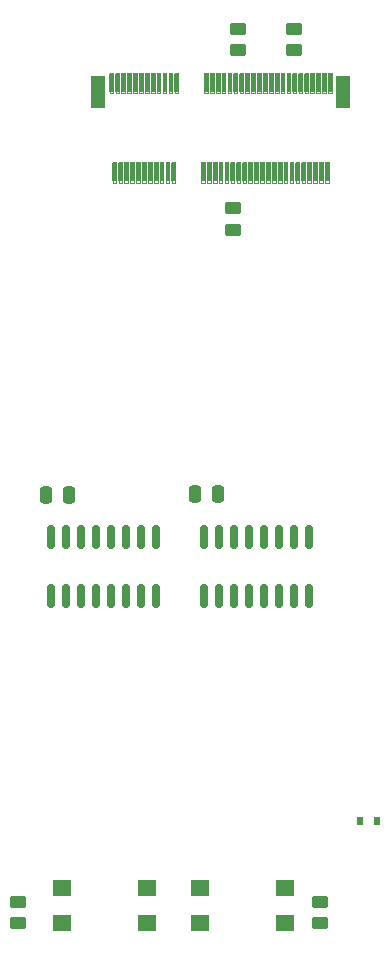
<source format=gbr>
%TF.GenerationSoftware,KiCad,Pcbnew,(6.0.10)*%
%TF.CreationDate,2023-07-28T11:59:27-04:00*%
%TF.ProjectId,storyboard,73746f72-7962-46f6-9172-642e6b696361,rev?*%
%TF.SameCoordinates,Original*%
%TF.FileFunction,Paste,Top*%
%TF.FilePolarity,Positive*%
%FSLAX46Y46*%
G04 Gerber Fmt 4.6, Leading zero omitted, Abs format (unit mm)*
G04 Created by KiCad (PCBNEW (6.0.10)) date 2023-07-28 11:59:27*
%MOMM*%
%LPD*%
G01*
G04 APERTURE LIST*
G04 Aperture macros list*
%AMRoundRect*
0 Rectangle with rounded corners*
0 $1 Rounding radius*
0 $2 $3 $4 $5 $6 $7 $8 $9 X,Y pos of 4 corners*
0 Add a 4 corners polygon primitive as box body*
4,1,4,$2,$3,$4,$5,$6,$7,$8,$9,$2,$3,0*
0 Add four circle primitives for the rounded corners*
1,1,$1+$1,$2,$3*
1,1,$1+$1,$4,$5*
1,1,$1+$1,$6,$7*
1,1,$1+$1,$8,$9*
0 Add four rect primitives between the rounded corners*
20,1,$1+$1,$2,$3,$4,$5,0*
20,1,$1+$1,$4,$5,$6,$7,0*
20,1,$1+$1,$6,$7,$8,$9,0*
20,1,$1+$1,$8,$9,$2,$3,0*%
G04 Aperture macros list end*
%ADD10C,0.066040*%
%ADD11R,0.600000X0.700000*%
%ADD12R,0.299720X1.549400*%
%ADD13R,1.198880X2.748280*%
%ADD14RoundRect,0.250000X-0.450000X0.262500X-0.450000X-0.262500X0.450000X-0.262500X0.450000X0.262500X0*%
%ADD15R,1.600000X1.400000*%
%ADD16RoundRect,0.150000X0.150000X-0.825000X0.150000X0.825000X-0.150000X0.825000X-0.150000X-0.825000X0*%
%ADD17RoundRect,0.250000X-0.250000X-0.475000X0.250000X-0.475000X0.250000X0.475000X-0.250000X0.475000X0*%
%ADD18RoundRect,0.250000X0.450000X-0.262500X0.450000X0.262500X-0.450000X0.262500X-0.450000X-0.262500X0*%
G04 APERTURE END LIST*
D10*
%TO.C,J3*%
X194250000Y-70054345D02*
X193950280Y-70054345D01*
X208247940Y-70054345D02*
X207948220Y-70054345D01*
X199251260Y-70054345D02*
X199251260Y-71804405D01*
X193500700Y-62505465D02*
X193200980Y-62505465D01*
X209197900Y-62505465D02*
X209197900Y-64255525D01*
X191501720Y-64255525D02*
X191202000Y-64255525D01*
X193000320Y-62505465D02*
X192700600Y-62505465D01*
X199700840Y-62505465D02*
X199700840Y-64255525D01*
X208448600Y-70054345D02*
X208448600Y-71804405D01*
X209248700Y-70054345D02*
X209248700Y-71804405D01*
X195502220Y-64255525D02*
X195202500Y-64255525D01*
X193500700Y-62505465D02*
X193500700Y-64255525D01*
X191750640Y-70054345D02*
X191750640Y-71804405D01*
X192700600Y-62505465D02*
X192700600Y-64255525D01*
X209749080Y-71804405D02*
X209449360Y-71804405D01*
X202248460Y-70054345D02*
X201948740Y-70054345D01*
X209749080Y-70054345D02*
X209749080Y-71804405D01*
X197000820Y-64255525D02*
X196701100Y-64255525D01*
X202449120Y-70054345D02*
X202449120Y-71804405D01*
X206950000Y-70054345D02*
X206950000Y-71804405D01*
X194750380Y-70054345D02*
X194450660Y-70054345D01*
X208999780Y-62505465D02*
X208999780Y-64255525D01*
X203749600Y-71804405D02*
X203449880Y-71804405D01*
X196251520Y-70054345D02*
X195951800Y-70054345D01*
X203249220Y-71804405D02*
X202949500Y-71804405D01*
X201999540Y-62505465D02*
X201999540Y-64255525D01*
X191951300Y-70054345D02*
X191951300Y-71804405D01*
X194001080Y-62505465D02*
X193701360Y-62505465D01*
X205448860Y-70054345D02*
X205448860Y-71804405D01*
X191501720Y-62505465D02*
X191501720Y-64255525D01*
X194250000Y-71804405D02*
X193950280Y-71804405D01*
X206248960Y-71804405D02*
X205949240Y-71804405D01*
X192251020Y-71804405D02*
X191951300Y-71804405D01*
X209998000Y-62505465D02*
X209698280Y-62505465D01*
X192002100Y-62505465D02*
X192002100Y-64255525D01*
X204999280Y-62505465D02*
X204999280Y-64255525D01*
X195001840Y-64255525D02*
X194702120Y-64255525D01*
X199500180Y-64255525D02*
X199200460Y-64255525D01*
X191450920Y-70054345D02*
X191450920Y-71804405D01*
X205697780Y-62505465D02*
X205697780Y-64255525D01*
X200699060Y-62505465D02*
X200699060Y-64255525D01*
X195250760Y-70054345D02*
X195250760Y-71804405D01*
X199251260Y-71804405D02*
X198951540Y-71804405D01*
X206449620Y-70054345D02*
X206449620Y-71804405D01*
X195751140Y-70054345D02*
X195451420Y-70054345D01*
X201499160Y-62505465D02*
X201199440Y-62505465D01*
X199451920Y-70054345D02*
X199451920Y-71804405D01*
X195202500Y-62505465D02*
X195202500Y-64255525D01*
X202997760Y-64255525D02*
X202698040Y-64255525D01*
X202698040Y-62505465D02*
X202698040Y-64255525D01*
X208247940Y-71804405D02*
X207948220Y-71804405D01*
X195451420Y-70054345D02*
X195451420Y-71804405D01*
X208748320Y-70054345D02*
X208448600Y-70054345D01*
X201247700Y-71804405D02*
X200947980Y-71804405D01*
X203698800Y-62505465D02*
X203698800Y-64255525D01*
X201999540Y-64255525D02*
X201699820Y-64255525D01*
X209749080Y-70054345D02*
X209449360Y-70054345D01*
X195751140Y-71804405D02*
X195451420Y-71804405D01*
X205997500Y-64255525D02*
X205697780Y-64255525D01*
X209449360Y-70054345D02*
X209449360Y-71804405D01*
X208499400Y-64255525D02*
X208199680Y-64255525D01*
X195502220Y-62505465D02*
X195502220Y-64255525D01*
X192502480Y-64255525D02*
X192200220Y-64255525D01*
X209698280Y-62505465D02*
X209698280Y-64255525D01*
X207249720Y-71804405D02*
X206950000Y-71804405D01*
X205199940Y-62505465D02*
X205199940Y-64255525D01*
X201499160Y-64255525D02*
X201199440Y-64255525D01*
X208697520Y-62505465D02*
X208697520Y-64255525D01*
X196500440Y-62505465D02*
X196200720Y-62505465D01*
X196000060Y-62505465D02*
X195700340Y-62505465D01*
X199500180Y-62505465D02*
X199200460Y-62505465D01*
X193251780Y-70054345D02*
X193251780Y-71804405D01*
X202997760Y-62505465D02*
X202698040Y-62505465D01*
X205748580Y-71804405D02*
X205448860Y-71804405D01*
X199751640Y-70054345D02*
X199751640Y-71804405D01*
X191202000Y-62505465D02*
X191202000Y-64255525D01*
X200252020Y-71804405D02*
X199952300Y-71804405D01*
X204498900Y-62505465D02*
X204498900Y-64255525D01*
X201499160Y-62505465D02*
X201499160Y-64255525D01*
X195951800Y-70054345D02*
X195951800Y-71804405D01*
X191750640Y-71804405D02*
X191450920Y-71804405D01*
X191702380Y-62505465D02*
X191702380Y-64255525D01*
X208748320Y-70054345D02*
X208748320Y-71804405D01*
X209998000Y-62505465D02*
X209998000Y-64255525D01*
X205748580Y-70054345D02*
X205748580Y-71804405D01*
X207999020Y-64255525D02*
X207699300Y-64255525D01*
X191750640Y-70054345D02*
X191450920Y-70054345D01*
X205499660Y-62505465D02*
X205199940Y-62505465D01*
X202197660Y-62505465D02*
X202197660Y-64255525D01*
X193251780Y-70054345D02*
X192952060Y-70054345D01*
X208499400Y-62505465D02*
X208199680Y-62505465D01*
X194750380Y-71804405D02*
X194450660Y-71804405D01*
X203947720Y-70054345D02*
X203947720Y-71804405D01*
X203998520Y-62505465D02*
X203998520Y-64255525D01*
X194951040Y-70054345D02*
X194951040Y-71804405D01*
X192502480Y-62505465D02*
X192502480Y-64255525D01*
X200000560Y-62505465D02*
X199700840Y-62505465D01*
X204948480Y-70054345D02*
X204948480Y-71804405D01*
X201199440Y-62505465D02*
X201199440Y-64255525D01*
X203498140Y-64255525D02*
X203198420Y-64255525D01*
X201448360Y-70054345D02*
X201448360Y-71804405D01*
X201247700Y-70054345D02*
X201247700Y-71804405D01*
X204999280Y-64255525D02*
X204699560Y-64255525D01*
X203449880Y-70054345D02*
X203449880Y-71804405D01*
X200000560Y-64255525D02*
X199700840Y-64255525D01*
X200450140Y-70054345D02*
X200450140Y-71804405D01*
X204199180Y-62505465D02*
X204199180Y-64255525D01*
X209497620Y-64255525D02*
X209197900Y-64255525D01*
X207999020Y-62505465D02*
X207699300Y-62505465D01*
X192002100Y-64255525D02*
X191702380Y-64255525D01*
X193752160Y-70054345D02*
X193452440Y-70054345D01*
X209998000Y-64255525D02*
X209698280Y-64255525D01*
X204249980Y-71804405D02*
X203947720Y-71804405D01*
X204747820Y-70054345D02*
X204448100Y-70054345D01*
X192200220Y-62505465D02*
X192200220Y-64255525D01*
X204249980Y-70054345D02*
X203947720Y-70054345D01*
X192502480Y-62505465D02*
X192200220Y-62505465D01*
X203498140Y-62505465D02*
X203498140Y-64255525D01*
X207747560Y-70054345D02*
X207447840Y-70054345D01*
X207498640Y-62505465D02*
X207498640Y-64255525D01*
X208247940Y-70054345D02*
X208247940Y-71804405D01*
X196251520Y-71804405D02*
X195951800Y-71804405D01*
X194501460Y-62505465D02*
X194501460Y-64255525D01*
X194001080Y-64255525D02*
X193701360Y-64255525D01*
X205997500Y-62505465D02*
X205697780Y-62505465D01*
X195502220Y-62505465D02*
X195202500Y-62505465D01*
X197000820Y-62505465D02*
X197000820Y-64255525D01*
X205748580Y-70054345D02*
X205448860Y-70054345D01*
X195001840Y-62505465D02*
X195001840Y-64255525D01*
X192952060Y-70054345D02*
X192952060Y-71804405D01*
X200998780Y-62505465D02*
X200998780Y-64255525D01*
X204999280Y-62505465D02*
X204699560Y-62505465D01*
X208199680Y-62505465D02*
X208199680Y-64255525D01*
X200749860Y-71804405D02*
X200450140Y-71804405D01*
X200500940Y-64255525D02*
X200201220Y-64255525D01*
X207747560Y-71804405D02*
X207447840Y-71804405D01*
X206198160Y-62505465D02*
X206198160Y-64255525D01*
X203998520Y-62505465D02*
X203698800Y-62505465D01*
X196200720Y-62505465D02*
X196200720Y-64255525D01*
X194250000Y-70054345D02*
X194250000Y-71804405D01*
X208999780Y-64255525D02*
X208697520Y-64255525D01*
X200749860Y-70054345D02*
X200450140Y-70054345D01*
X209248700Y-70054345D02*
X208948980Y-70054345D01*
X203749600Y-70054345D02*
X203749600Y-71804405D01*
X193200980Y-62505465D02*
X193200980Y-64255525D01*
X207249720Y-70054345D02*
X206950000Y-70054345D01*
X203498140Y-62505465D02*
X203198420Y-62505465D01*
X207198920Y-62505465D02*
X207198920Y-64255525D01*
X194702120Y-62505465D02*
X194702120Y-64255525D01*
X207498640Y-62505465D02*
X207198920Y-62505465D01*
X193500700Y-64255525D02*
X193200980Y-64255525D01*
X201748080Y-70054345D02*
X201448360Y-70054345D01*
X196000060Y-62505465D02*
X196000060Y-64255525D01*
X202997760Y-62505465D02*
X202997760Y-64255525D01*
X197000820Y-62505465D02*
X196701100Y-62505465D01*
X192751400Y-71804405D02*
X192451680Y-71804405D01*
X193251780Y-71804405D02*
X192952060Y-71804405D01*
X206248960Y-70054345D02*
X205949240Y-70054345D01*
X200998780Y-64255525D02*
X200699060Y-64255525D01*
X192451680Y-70054345D02*
X192451680Y-71804405D01*
X199500180Y-62505465D02*
X199500180Y-64255525D01*
X202499920Y-62505465D02*
X202499920Y-64255525D01*
X201247700Y-70054345D02*
X200947980Y-70054345D01*
X202748840Y-70054345D02*
X202748840Y-71804405D01*
X200252020Y-70054345D02*
X199952300Y-70054345D01*
X202748840Y-71804405D02*
X202449120Y-71804405D01*
X203249220Y-70054345D02*
X203249220Y-71804405D01*
X206749340Y-70054345D02*
X206749340Y-71804405D01*
X204747820Y-70054345D02*
X204747820Y-71804405D01*
X200947980Y-70054345D02*
X200947980Y-71804405D01*
X200252020Y-70054345D02*
X200252020Y-71804405D01*
X196751900Y-71804405D02*
X196452180Y-71804405D01*
X204747820Y-71804405D02*
X204448100Y-71804405D01*
X206497880Y-64255525D02*
X206198160Y-64255525D01*
X194750380Y-70054345D02*
X194750380Y-71804405D01*
X205997500Y-62505465D02*
X205997500Y-64255525D01*
X195001840Y-62505465D02*
X194702120Y-62505465D01*
X193452440Y-70054345D02*
X193452440Y-71804405D01*
X203198420Y-62505465D02*
X203198420Y-64255525D01*
X206998260Y-62505465D02*
X206998260Y-64255525D01*
X208748320Y-71804405D02*
X208448600Y-71804405D01*
X191501720Y-62505465D02*
X191202000Y-62505465D01*
X195751140Y-70054345D02*
X195751140Y-71804405D01*
X193950280Y-70054345D02*
X193950280Y-71804405D01*
X193000320Y-64255525D02*
X192700600Y-64255525D01*
X206497880Y-62505465D02*
X206497880Y-64255525D01*
X193752160Y-70054345D02*
X193752160Y-71804405D01*
X199952300Y-70054345D02*
X199952300Y-71804405D01*
X193701360Y-62505465D02*
X193701360Y-64255525D01*
X192751400Y-70054345D02*
X192451680Y-70054345D01*
X206497880Y-62505465D02*
X206198160Y-62505465D01*
X201999540Y-62505465D02*
X201699820Y-62505465D01*
X202248460Y-71804405D02*
X201948740Y-71804405D01*
X205248200Y-70054345D02*
X204948480Y-70054345D01*
X200749860Y-70054345D02*
X200749860Y-71804405D01*
X202949500Y-70054345D02*
X202949500Y-71804405D01*
X206749340Y-71804405D02*
X206449620Y-71804405D01*
X207498640Y-64255525D02*
X207198920Y-64255525D01*
X207249720Y-70054345D02*
X207249720Y-71804405D01*
X206749340Y-70054345D02*
X206449620Y-70054345D01*
X194201740Y-62505465D02*
X194201740Y-64255525D01*
X202499920Y-64255525D02*
X202197660Y-64255525D01*
X195250760Y-70054345D02*
X194951040Y-70054345D01*
X196452180Y-70054345D02*
X196452180Y-71804405D01*
X205499660Y-64255525D02*
X205199940Y-64255525D01*
X193000320Y-62505465D02*
X193000320Y-64255525D01*
X199200460Y-62505465D02*
X199200460Y-64255525D01*
X192251020Y-70054345D02*
X191951300Y-70054345D01*
X203249220Y-70054345D02*
X202949500Y-70054345D01*
X206698540Y-62505465D02*
X206698540Y-64255525D01*
X208948980Y-70054345D02*
X208948980Y-71804405D01*
X200000560Y-62505465D02*
X200000560Y-64255525D01*
X202748840Y-70054345D02*
X202449120Y-70054345D01*
X208499400Y-62505465D02*
X208499400Y-64255525D01*
X194501460Y-64255525D02*
X194201740Y-64255525D01*
X194001080Y-62505465D02*
X194001080Y-64255525D01*
X204699560Y-62505465D02*
X204699560Y-64255525D01*
X196500440Y-62505465D02*
X196500440Y-64255525D01*
X205949240Y-70054345D02*
X205949240Y-71804405D01*
X209248700Y-71804405D02*
X208948980Y-71804405D01*
X206998260Y-64255525D02*
X206698540Y-64255525D01*
X204498900Y-62505465D02*
X204199180Y-62505465D01*
X198951540Y-70054345D02*
X198951540Y-71804405D01*
X195250760Y-71804405D02*
X194951040Y-71804405D01*
X196751900Y-70054345D02*
X196751900Y-71804405D01*
X207948220Y-70054345D02*
X207948220Y-71804405D01*
X200201220Y-62505465D02*
X200201220Y-64255525D01*
X200500940Y-62505465D02*
X200201220Y-62505465D01*
X196000060Y-64255525D02*
X195700340Y-64255525D01*
X207747560Y-70054345D02*
X207747560Y-71804405D01*
X209497620Y-62505465D02*
X209197900Y-62505465D01*
X204498900Y-64255525D02*
X204199180Y-64255525D01*
X193752160Y-71804405D02*
X193452440Y-71804405D01*
X206998260Y-62505465D02*
X206698540Y-62505465D01*
X201699820Y-62505465D02*
X201699820Y-64255525D01*
X199751640Y-70054345D02*
X199451920Y-70054345D01*
X192751400Y-70054345D02*
X192751400Y-71804405D01*
X204448100Y-70054345D02*
X204448100Y-71804405D01*
X205499660Y-62505465D02*
X205499660Y-64255525D01*
X200998780Y-62505465D02*
X200699060Y-62505465D01*
X199751640Y-71804405D02*
X199451920Y-71804405D01*
X201948740Y-70054345D02*
X201948740Y-71804405D01*
X201748080Y-70054345D02*
X201748080Y-71804405D01*
X199251260Y-70054345D02*
X198951540Y-70054345D01*
X205248200Y-71804405D02*
X204948480Y-71804405D01*
X207699300Y-62505465D02*
X207699300Y-64255525D01*
X207999020Y-62505465D02*
X207999020Y-64255525D01*
X200500940Y-62505465D02*
X200500940Y-64255525D01*
X205248200Y-70054345D02*
X205248200Y-71804405D01*
X192002100Y-62505465D02*
X191702380Y-62505465D01*
X202248460Y-70054345D02*
X202248460Y-71804405D01*
X196251520Y-70054345D02*
X196251520Y-71804405D01*
X202499920Y-62505465D02*
X202197660Y-62505465D01*
X195700340Y-62505465D02*
X195700340Y-64255525D01*
X196751900Y-70054345D02*
X196452180Y-70054345D01*
X196500440Y-64255525D02*
X196200720Y-64255525D01*
X209497620Y-62505465D02*
X209497620Y-64255525D01*
X203749600Y-70054345D02*
X203449880Y-70054345D01*
X207447840Y-70054345D02*
X207447840Y-71804405D01*
X192251020Y-70054345D02*
X192251020Y-71804405D01*
X201748080Y-71804405D02*
X201448360Y-71804405D01*
X208999780Y-62505465D02*
X208697520Y-62505465D01*
X204249980Y-70054345D02*
X204249980Y-71804405D01*
X196701100Y-62505465D02*
X196701100Y-64255525D01*
X206248960Y-70054345D02*
X206248960Y-71804405D01*
X203998520Y-64255525D02*
X203698800Y-64255525D01*
X194450660Y-70054345D02*
X194450660Y-71804405D01*
X194501460Y-62505465D02*
X194201740Y-62505465D01*
%TD*%
D11*
%TO.C,D73*%
X213800000Y-125900000D03*
X212400000Y-125900000D03*
%TD*%
D12*
%TO.C,J3*%
X191351860Y-63381765D03*
X191600780Y-70928105D03*
X191852240Y-63381765D03*
X192101160Y-70928105D03*
X192350080Y-63381765D03*
X192601540Y-70928105D03*
X192850460Y-63381765D03*
X193101920Y-70928105D03*
X193350840Y-63381765D03*
X193602300Y-70928105D03*
X193851220Y-63381765D03*
X194100140Y-70928105D03*
X194351600Y-63381765D03*
X194600520Y-70928105D03*
X194851980Y-63381765D03*
X195100900Y-70928105D03*
X195352360Y-63381765D03*
X195601280Y-70928105D03*
X195850200Y-63381765D03*
X196101660Y-70928105D03*
X196350580Y-63381765D03*
X196602040Y-70928105D03*
X196850960Y-63381765D03*
X199101400Y-70928105D03*
X199350320Y-63381765D03*
X199601780Y-70928105D03*
X199850700Y-63381765D03*
X200102160Y-70928105D03*
X200351080Y-63381765D03*
X200600000Y-70928105D03*
X200848920Y-63381765D03*
X201097840Y-70928105D03*
X201349300Y-63381765D03*
X201598220Y-70928105D03*
X201849680Y-63381765D03*
X202098600Y-70928105D03*
X202347520Y-63381765D03*
X202598980Y-70928105D03*
X202847900Y-63381765D03*
X203099360Y-70928105D03*
X203348280Y-63381765D03*
X203599740Y-70928105D03*
X203848660Y-63381765D03*
X204097580Y-70928105D03*
X204349040Y-63381765D03*
X204597960Y-70928105D03*
X204849420Y-63381765D03*
X205098340Y-70928105D03*
X205349800Y-63381765D03*
X205598720Y-70928105D03*
X205847640Y-63381765D03*
X206099100Y-70928105D03*
X206348020Y-63381765D03*
X206599480Y-70928105D03*
X206848400Y-63381765D03*
X207099860Y-70928105D03*
X207348780Y-63381765D03*
X207597700Y-70928105D03*
X207849160Y-63381765D03*
X208098080Y-70928105D03*
X208349540Y-63381765D03*
X208598460Y-70928105D03*
X208849920Y-63381765D03*
X209098840Y-70928105D03*
X209347760Y-63381765D03*
X209599220Y-70928105D03*
X209848140Y-63381765D03*
D13*
X190252040Y-64156465D03*
X210947960Y-64156465D03*
%TD*%
D14*
%TO.C,R15*%
X209000000Y-132687500D03*
X209000000Y-134512500D03*
%TD*%
D15*
%TO.C,SW61*%
X194400000Y-131500000D03*
X187200000Y-131500000D03*
X194400000Y-134500000D03*
X187200000Y-134500000D03*
%TD*%
D16*
%TO.C,U2*%
X186255000Y-106775000D03*
X187525000Y-106775000D03*
X188795000Y-106775000D03*
X190065000Y-106775000D03*
X191335000Y-106775000D03*
X192605000Y-106775000D03*
X193875000Y-106775000D03*
X195145000Y-106775000D03*
X195145000Y-101825000D03*
X193875000Y-101825000D03*
X192605000Y-101825000D03*
X191335000Y-101825000D03*
X190065000Y-101825000D03*
X188795000Y-101825000D03*
X187525000Y-101825000D03*
X186255000Y-101825000D03*
%TD*%
D17*
%TO.C,C2*%
X185850000Y-98300000D03*
X187750000Y-98300000D03*
%TD*%
D15*
%TO.C,SW62*%
X206050000Y-131500000D03*
X198850000Y-131500000D03*
X206050000Y-134500000D03*
X198850000Y-134500000D03*
%TD*%
D17*
%TO.C,C3*%
X198450000Y-98200000D03*
X200350000Y-98200000D03*
%TD*%
D14*
%TO.C,R18*%
X202100000Y-58787500D03*
X202100000Y-60612500D03*
%TD*%
D18*
%TO.C,R20*%
X206800000Y-60612500D03*
X206800000Y-58787500D03*
%TD*%
%TO.C,R14*%
X201600000Y-75812500D03*
X201600000Y-73987500D03*
%TD*%
D16*
%TO.C,U3*%
X199155000Y-106775000D03*
X200425000Y-106775000D03*
X201695000Y-106775000D03*
X202965000Y-106775000D03*
X204235000Y-106775000D03*
X205505000Y-106775000D03*
X206775000Y-106775000D03*
X208045000Y-106775000D03*
X208045000Y-101825000D03*
X206775000Y-101825000D03*
X205505000Y-101825000D03*
X204235000Y-101825000D03*
X202965000Y-101825000D03*
X201695000Y-101825000D03*
X200425000Y-101825000D03*
X199155000Y-101825000D03*
%TD*%
D14*
%TO.C,R16*%
X183400000Y-132687500D03*
X183400000Y-134512500D03*
%TD*%
M02*

</source>
